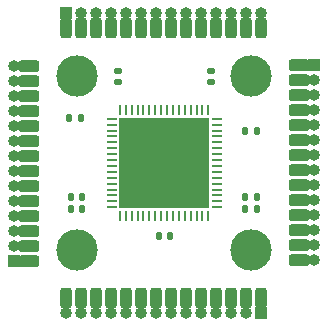
<source format=gbr>
G04 #@! TF.GenerationSoftware,KiCad,Pcbnew,(6.0.8)*
G04 #@! TF.CreationDate,2022-11-18T12:49:19-08:00*
G04 #@! TF.ProjectId,caravel_breakout_QFN,63617261-7665-46c5-9f62-7265616b6f75,rev?*
G04 #@! TF.SameCoordinates,Original*
G04 #@! TF.FileFunction,Soldermask,Top*
G04 #@! TF.FilePolarity,Negative*
%FSLAX46Y46*%
G04 Gerber Fmt 4.6, Leading zero omitted, Abs format (unit mm)*
G04 Created by KiCad (PCBNEW (6.0.8)) date 2022-11-18 12:49:19*
%MOMM*%
%LPD*%
G01*
G04 APERTURE LIST*
G04 Aperture macros list*
%AMRoundRect*
0 Rectangle with rounded corners*
0 $1 Rounding radius*
0 $2 $3 $4 $5 $6 $7 $8 $9 X,Y pos of 4 corners*
0 Add a 4 corners polygon primitive as box body*
4,1,4,$2,$3,$4,$5,$6,$7,$8,$9,$2,$3,0*
0 Add four circle primitives for the rounded corners*
1,1,$1+$1,$2,$3*
1,1,$1+$1,$4,$5*
1,1,$1+$1,$6,$7*
1,1,$1+$1,$8,$9*
0 Add four rect primitives between the rounded corners*
20,1,$1+$1,$2,$3,$4,$5,0*
20,1,$1+$1,$4,$5,$6,$7,0*
20,1,$1+$1,$6,$7,$8,$9,0*
20,1,$1+$1,$8,$9,$2,$3,0*%
G04 Aperture macros list end*
%ADD10RoundRect,0.140000X-0.140000X-0.170000X0.140000X-0.170000X0.140000X0.170000X-0.140000X0.170000X0*%
%ADD11RoundRect,0.140000X0.170000X-0.140000X0.170000X0.140000X-0.170000X0.140000X-0.170000X-0.140000X0*%
%ADD12RoundRect,0.140000X0.140000X0.170000X-0.140000X0.170000X-0.140000X-0.170000X0.140000X-0.170000X0*%
%ADD13RoundRect,0.250000X-0.250000X0.625000X-0.250000X-0.625000X0.250000X-0.625000X0.250000X0.625000X0*%
%ADD14R,1.000000X1.000000*%
%ADD15O,1.000000X1.000000*%
%ADD16RoundRect,0.250000X-0.625000X-0.250000X0.625000X-0.250000X0.625000X0.250000X-0.625000X0.250000X0*%
%ADD17RoundRect,0.250000X0.250000X-0.625000X0.250000X0.625000X-0.250000X0.625000X-0.250000X-0.625000X0*%
%ADD18C,3.500000*%
%ADD19RoundRect,0.250000X0.625000X0.250000X-0.625000X0.250000X-0.625000X-0.250000X0.625000X-0.250000X0*%
%ADD20RoundRect,0.062500X0.062500X-0.362500X0.062500X0.362500X-0.062500X0.362500X-0.062500X-0.362500X0*%
%ADD21RoundRect,0.062500X0.362500X-0.062500X0.362500X0.062500X-0.362500X0.062500X-0.362500X-0.062500X0*%
%ADD22R,7.650000X7.650000*%
G04 APERTURE END LIST*
D10*
X127739200Y-96291400D03*
X128699200Y-96291400D03*
X127637600Y-89662000D03*
X128597600Y-89662000D03*
D11*
X131749800Y-86586000D03*
X131749800Y-85626000D03*
D12*
X143507400Y-97358200D03*
X142547400Y-97358200D03*
X143507400Y-96291400D03*
X142547400Y-96291400D03*
D10*
X142547400Y-90703400D03*
X143507400Y-90703400D03*
D13*
X127381000Y-82052000D03*
D14*
X127381000Y-80782000D03*
D13*
X128651000Y-82052000D03*
D15*
X128651000Y-80782000D03*
D13*
X129921000Y-82052000D03*
D15*
X129921000Y-80782000D03*
X131191000Y-80782000D03*
D13*
X131191000Y-82052000D03*
X132461000Y-82052000D03*
D15*
X132461000Y-80782000D03*
D13*
X133731000Y-82052000D03*
D15*
X133731000Y-80782000D03*
D13*
X135001000Y-82052000D03*
D15*
X135001000Y-80782000D03*
X136271000Y-80782000D03*
D13*
X136271000Y-82052000D03*
X137541000Y-82052000D03*
D15*
X137541000Y-80782000D03*
X138811000Y-80782000D03*
D13*
X138811000Y-82052000D03*
D15*
X140081000Y-80782000D03*
D13*
X140081000Y-82052000D03*
X141351000Y-82052000D03*
D15*
X141351000Y-80782000D03*
X142621000Y-80782000D03*
D13*
X142621000Y-82052000D03*
X143891000Y-82052000D03*
D15*
X143891000Y-80782000D03*
D14*
X122930000Y-101730000D03*
D16*
X124200000Y-101730000D03*
D15*
X122930000Y-100460000D03*
D16*
X124200000Y-100460000D03*
D15*
X122930000Y-99190000D03*
D16*
X124200000Y-99190000D03*
X124200000Y-97920000D03*
D15*
X122930000Y-97920000D03*
X122930000Y-96650000D03*
D16*
X124200000Y-96650000D03*
X124200000Y-95380000D03*
D15*
X122930000Y-95380000D03*
D16*
X124200000Y-94110000D03*
D15*
X122930000Y-94110000D03*
D16*
X124200000Y-92840000D03*
D15*
X122930000Y-92840000D03*
D16*
X124200000Y-91570000D03*
D15*
X122930000Y-91570000D03*
D16*
X124200000Y-90300000D03*
D15*
X122930000Y-90300000D03*
X122930000Y-89030000D03*
D16*
X124200000Y-89030000D03*
D15*
X122930000Y-87760000D03*
D16*
X124200000Y-87760000D03*
D15*
X122930000Y-86490000D03*
D16*
X124200000Y-86490000D03*
X124200000Y-85220000D03*
D15*
X122930000Y-85220000D03*
D14*
X143880000Y-106170000D03*
D17*
X143880000Y-104900000D03*
D15*
X142610000Y-106170000D03*
D17*
X142610000Y-104900000D03*
X141340000Y-104900000D03*
D15*
X141340000Y-106170000D03*
X140070000Y-106170000D03*
D17*
X140070000Y-104900000D03*
X138800000Y-104900000D03*
D15*
X138800000Y-106170000D03*
X137530000Y-106170000D03*
D17*
X137530000Y-104900000D03*
D15*
X136260000Y-106170000D03*
D17*
X136260000Y-104900000D03*
X134990000Y-104900000D03*
D15*
X134990000Y-106170000D03*
D17*
X133720000Y-104900000D03*
D15*
X133720000Y-106170000D03*
D17*
X132450000Y-104900000D03*
D15*
X132450000Y-106170000D03*
D17*
X131180000Y-104900000D03*
D15*
X131180000Y-106170000D03*
D17*
X129910000Y-104900000D03*
D15*
X129910000Y-106170000D03*
X128640000Y-106170000D03*
D17*
X128640000Y-104900000D03*
X127370000Y-104900000D03*
D15*
X127370000Y-106170000D03*
D18*
X128270000Y-100838000D03*
X143002000Y-86106000D03*
X128270000Y-86106000D03*
X143002000Y-100838000D03*
D12*
X136166800Y-99618800D03*
X135206800Y-99618800D03*
D14*
X148326000Y-85178600D03*
D19*
X147056000Y-85178600D03*
D15*
X148326000Y-86448600D03*
D19*
X147056000Y-86448600D03*
D15*
X148326000Y-87718600D03*
D19*
X147056000Y-87718600D03*
X147056000Y-88988600D03*
D15*
X148326000Y-88988600D03*
D19*
X147056000Y-90258600D03*
D15*
X148326000Y-90258600D03*
X148326000Y-91528600D03*
D19*
X147056000Y-91528600D03*
D15*
X148326000Y-92798600D03*
D19*
X147056000Y-92798600D03*
D15*
X148326000Y-94068600D03*
D19*
X147056000Y-94068600D03*
D15*
X148326000Y-95338600D03*
D19*
X147056000Y-95338600D03*
D15*
X148326000Y-96608600D03*
D19*
X147056000Y-96608600D03*
X147056000Y-97878600D03*
D15*
X148326000Y-97878600D03*
D19*
X147056000Y-99148600D03*
D15*
X148326000Y-99148600D03*
D19*
X147056000Y-100418600D03*
D15*
X148326000Y-100418600D03*
X148326000Y-101688600D03*
D19*
X147056000Y-101688600D03*
D10*
X127739200Y-97358200D03*
X128699200Y-97358200D03*
D20*
X131911400Y-97896600D03*
X132411400Y-97896600D03*
X132911400Y-97896600D03*
X133411400Y-97896600D03*
X133911400Y-97896600D03*
X134411400Y-97896600D03*
X134911400Y-97896600D03*
X135411400Y-97896600D03*
X135911400Y-97896600D03*
X136411400Y-97896600D03*
X136911400Y-97896600D03*
X137411400Y-97896600D03*
X137911400Y-97896600D03*
X138411400Y-97896600D03*
X138911400Y-97896600D03*
X139411400Y-97896600D03*
D21*
X140111400Y-97196600D03*
X140111400Y-96696600D03*
X140111400Y-96196600D03*
X140111400Y-95696600D03*
X140111400Y-95196600D03*
X140111400Y-94696600D03*
X140111400Y-94196600D03*
X140111400Y-93696600D03*
X140111400Y-93196600D03*
X140111400Y-92696600D03*
X140111400Y-92196600D03*
X140111400Y-91696600D03*
X140111400Y-91196600D03*
X140111400Y-90696600D03*
X140111400Y-90196600D03*
X140111400Y-89696600D03*
D20*
X139411400Y-88996600D03*
X138911400Y-88996600D03*
X138411400Y-88996600D03*
X137911400Y-88996600D03*
X137411400Y-88996600D03*
X136911400Y-88996600D03*
X136411400Y-88996600D03*
X135911400Y-88996600D03*
X135411400Y-88996600D03*
X134911400Y-88996600D03*
X134411400Y-88996600D03*
X133911400Y-88996600D03*
X133411400Y-88996600D03*
X132911400Y-88996600D03*
X132411400Y-88996600D03*
X131911400Y-88996600D03*
D21*
X131211400Y-89696600D03*
X131211400Y-90196600D03*
X131211400Y-90696600D03*
X131211400Y-91196600D03*
X131211400Y-91696600D03*
X131211400Y-92196600D03*
X131211400Y-92696600D03*
X131211400Y-93196600D03*
X131211400Y-93696600D03*
X131211400Y-94196600D03*
X131211400Y-94696600D03*
X131211400Y-95196600D03*
X131211400Y-95696600D03*
X131211400Y-96196600D03*
X131211400Y-96696600D03*
X131211400Y-97196600D03*
D22*
X135661400Y-93446600D03*
D11*
X139598400Y-86586000D03*
X139598400Y-85626000D03*
M02*

</source>
